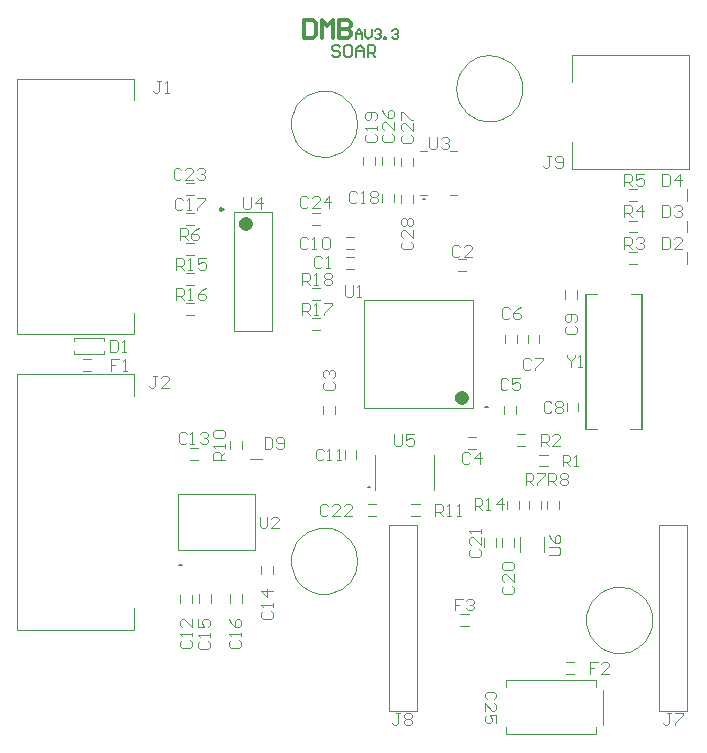
<source format=gto>
G04*
G04 #@! TF.GenerationSoftware,Altium Limited,Altium Designer,20.2.6 (244)*
G04*
G04 Layer_Color=65535*
%FSLAX25Y25*%
%MOIN*%
G70*
G04*
G04 #@! TF.SameCoordinates,23E3F134-E155-4AF0-B130-1C61D597126F*
G04*
G04*
G04 #@! TF.FilePolarity,Positive*
G04*
G01*
G75*
%ADD10C,0.00787*%
%ADD11C,0.02362*%
%ADD12C,0.00394*%
%ADD13C,0.00984*%
%ADD14C,0.00394*%
%ADD15C,0.00500*%
%ADD16C,0.01181*%
D10*
X156890Y110433D02*
X156103D01*
X156890D01*
X54922Y57685D02*
X54134D01*
X54922D01*
X117815Y83661D02*
X117028D01*
X117815D01*
X136142Y179626D02*
X135354D01*
X136142D01*
X112992Y233071D02*
Y235170D01*
X114042Y236220D01*
X115091Y235170D01*
Y233071D01*
Y234645D01*
X112992D01*
X116141Y236220D02*
Y234120D01*
X117190Y233071D01*
X118240Y234120D01*
Y236220D01*
X119289Y235695D02*
X119814Y236220D01*
X120864D01*
X121388Y235695D01*
Y235170D01*
X120864Y234645D01*
X120339D01*
X120864D01*
X121388Y234120D01*
Y233596D01*
X120864Y233071D01*
X119814D01*
X119289Y233596D01*
X122438Y233071D02*
Y233596D01*
X122963D01*
Y233071D01*
X122438D01*
X125062Y235695D02*
X125586Y236220D01*
X126636D01*
X127161Y235695D01*
Y235170D01*
X126636Y234645D01*
X126111D01*
X126636D01*
X127161Y234120D01*
Y233596D01*
X126636Y233071D01*
X125586D01*
X125062Y233596D01*
X107742Y230445D02*
X107086Y231101D01*
X105774D01*
X105118Y230445D01*
Y229789D01*
X105774Y229133D01*
X107086D01*
X107742Y228477D01*
Y227821D01*
X107086Y227165D01*
X105774D01*
X105118Y227821D01*
X111022Y231101D02*
X109710D01*
X109054Y230445D01*
Y227821D01*
X109710Y227165D01*
X111022D01*
X111678Y227821D01*
Y230445D01*
X111022Y231101D01*
X112990Y227165D02*
Y229789D01*
X114302Y231101D01*
X115613Y229789D01*
Y227165D01*
Y229133D01*
X112990D01*
X116925Y227165D02*
Y231101D01*
X118893D01*
X119549Y230445D01*
Y229133D01*
X118893Y228477D01*
X116925D01*
X118237D02*
X119549Y227165D01*
D11*
X149410Y113583D02*
X148965Y114506D01*
X147966Y114734D01*
X147164Y114095D01*
Y113070D01*
X147966Y112431D01*
X148965Y112659D01*
X149410Y113583D01*
X77461Y171437D02*
X77016Y172360D01*
X76017Y172589D01*
X75215Y171950D01*
Y170924D01*
X76017Y170285D01*
X77016Y170514D01*
X77461Y171437D01*
D12*
X167570Y58149D02*
D03*
D13*
X68602Y176339D02*
X67864Y176765D01*
Y175912D01*
X68602Y176339D01*
D14*
X168504Y216535D02*
X168458Y217538D01*
X168322Y218532D01*
X168095Y219510D01*
X167781Y220462D01*
X167381Y221383D01*
X166899Y222263D01*
X166339Y223096D01*
X165706Y223874D01*
X165005Y224592D01*
X164241Y225243D01*
X163421Y225821D01*
X162552Y226323D01*
X161641Y226744D01*
X160695Y227080D01*
X159723Y227328D01*
X158732Y227488D01*
X157731Y227556D01*
X156728Y227533D01*
X155731Y227419D01*
X154749Y227215D01*
X153789Y226923D01*
X152859Y226544D01*
X151969Y226082D01*
X151123Y225541D01*
X150331Y224926D01*
X149597Y224241D01*
X148929Y223492D01*
X148332Y222686D01*
X147811Y221829D01*
X147369Y220927D01*
X147012Y219990D01*
X146741Y219023D01*
X146559Y218037D01*
X146468Y217037D01*
Y216034D01*
X146559Y215034D01*
X146741Y214048D01*
X147012Y213081D01*
X147369Y212144D01*
X147811Y211242D01*
X148332Y210385D01*
X148929Y209578D01*
X149597Y208830D01*
X150331Y208145D01*
X151123Y207529D01*
X151969Y206989D01*
X152859Y206527D01*
X153789Y206148D01*
X154749Y205856D01*
X155731Y205651D01*
X156728Y205538D01*
X157731Y205515D01*
X158732Y205583D01*
X159723Y205742D01*
X160695Y205991D01*
X161641Y206327D01*
X162552Y206748D01*
X163421Y207249D01*
X164241Y207828D01*
X165005Y208479D01*
X165706Y209196D01*
X166339Y209975D01*
X166899Y210808D01*
X167381Y211688D01*
X167781Y212608D01*
X168095Y213561D01*
X168322Y214539D01*
X168458Y215533D01*
X168504Y216535D01*
X113386Y204724D02*
X113340Y205727D01*
X113204Y206721D01*
X112977Y207698D01*
X112663Y208651D01*
X112263Y209572D01*
X111781Y210452D01*
X111221Y211285D01*
X110588Y212063D01*
X109886Y212781D01*
X109123Y213432D01*
X108303Y214010D01*
X107434Y214512D01*
X106523Y214933D01*
X105577Y215269D01*
X104605Y215517D01*
X103614Y215677D01*
X102613Y215745D01*
X101610Y215722D01*
X100613Y215608D01*
X99630Y215404D01*
X98671Y215111D01*
X97741Y214733D01*
X96850Y214271D01*
X96005Y213730D01*
X95213Y213115D01*
X94479Y212430D01*
X93811Y211681D01*
X93214Y210875D01*
X92693Y210017D01*
X92251Y209116D01*
X91894Y208179D01*
X91623Y207212D01*
X91441Y206225D01*
X91350Y205226D01*
Y204223D01*
X91441Y203223D01*
X91623Y202237D01*
X91894Y201270D01*
X92251Y200333D01*
X92693Y199431D01*
X93214Y198574D01*
X93811Y197767D01*
X94479Y197019D01*
X95213Y196334D01*
X96005Y195718D01*
X96850Y195178D01*
X97741Y194716D01*
X98671Y194337D01*
X99630Y194045D01*
X100613Y193841D01*
X101610Y193727D01*
X102613Y193704D01*
X103614Y193772D01*
X104605Y193931D01*
X105577Y194180D01*
X106523Y194516D01*
X107434Y194937D01*
X108303Y195438D01*
X109123Y196017D01*
X109886Y196668D01*
X110588Y197386D01*
X111221Y198164D01*
X111781Y198997D01*
X112263Y199877D01*
X112663Y200797D01*
X112977Y201750D01*
X113204Y202728D01*
X113340Y203722D01*
X113386Y204724D01*
Y59055D02*
X113340Y60058D01*
X113204Y61052D01*
X112977Y62029D01*
X112663Y62982D01*
X112263Y63903D01*
X111781Y64783D01*
X111221Y65616D01*
X110588Y66394D01*
X109886Y67112D01*
X109123Y67762D01*
X108303Y68341D01*
X107434Y68843D01*
X106523Y69263D01*
X105577Y69599D01*
X104605Y69848D01*
X103614Y70007D01*
X102613Y70076D01*
X101610Y70053D01*
X100613Y69939D01*
X99630Y69735D01*
X98671Y69442D01*
X97741Y69064D01*
X96850Y68602D01*
X96005Y68061D01*
X95213Y67446D01*
X94479Y66761D01*
X93811Y66012D01*
X93214Y65206D01*
X92693Y64348D01*
X92251Y63447D01*
X91894Y62509D01*
X91623Y61543D01*
X91441Y60556D01*
X91350Y59557D01*
Y58553D01*
X91441Y57554D01*
X91623Y56567D01*
X91894Y55601D01*
X92251Y54663D01*
X92693Y53762D01*
X93214Y52905D01*
X93811Y52098D01*
X94479Y51350D01*
X95213Y50665D01*
X96005Y50049D01*
X96850Y49508D01*
X97741Y49047D01*
X98671Y48668D01*
X99630Y48375D01*
X100613Y48171D01*
X101610Y48057D01*
X102613Y48034D01*
X103614Y48103D01*
X104605Y48262D01*
X105577Y48511D01*
X106523Y48847D01*
X107434Y49267D01*
X108303Y49769D01*
X109123Y50348D01*
X109886Y50999D01*
X110588Y51716D01*
X111221Y52495D01*
X111781Y53327D01*
X112263Y54208D01*
X112663Y55128D01*
X112977Y56081D01*
X113204Y57059D01*
X113340Y58053D01*
X113386Y59055D01*
X211811Y39370D02*
X211765Y40372D01*
X211629Y41367D01*
X211402Y42344D01*
X211088Y43297D01*
X210688Y44218D01*
X210206Y45098D01*
X209646Y45930D01*
X209013Y46709D01*
X208312Y47427D01*
X207548Y48077D01*
X206728Y48656D01*
X205859Y49158D01*
X204948Y49578D01*
X204002Y49915D01*
X203030Y50163D01*
X202040Y50322D01*
X201038Y50391D01*
X200035Y50368D01*
X199038Y50254D01*
X198056Y50050D01*
X197096Y49757D01*
X196167Y49378D01*
X195276Y48917D01*
X194430Y48376D01*
X193638Y47761D01*
X192904Y47076D01*
X192236Y46327D01*
X191639Y45520D01*
X191118Y44663D01*
X190676Y43762D01*
X190319Y42824D01*
X190048Y41858D01*
X189866Y40871D01*
X189775Y39872D01*
Y38868D01*
X189866Y37869D01*
X190048Y36882D01*
X190319Y35916D01*
X190676Y34978D01*
X191118Y34077D01*
X191639Y33220D01*
X192236Y32413D01*
X192904Y31664D01*
X193638Y30979D01*
X194430Y30364D01*
X195276Y29823D01*
X196167Y29362D01*
X197096Y28983D01*
X198056Y28690D01*
X199038Y28486D01*
X200035Y28372D01*
X201038Y28349D01*
X202040Y28418D01*
X203030Y28577D01*
X204002Y28826D01*
X204948Y29162D01*
X205859Y29582D01*
X206728Y30084D01*
X207548Y30663D01*
X208312Y31314D01*
X209013Y32031D01*
X209646Y32810D01*
X210206Y33642D01*
X210688Y34523D01*
X211088Y35443D01*
X211402Y36396D01*
X211629Y37374D01*
X211765Y38368D01*
X211811Y39370D01*
X151969Y109843D02*
Y146063D01*
X115748Y109843D02*
Y146063D01*
Y109843D02*
X151969D01*
X115748Y146063D02*
X151969D01*
X195276Y4331D02*
Y16142D01*
X192913Y16929D02*
Y19291D01*
X162992D02*
X192913D01*
X162992Y16929D02*
Y19291D01*
Y1181D02*
Y3543D01*
Y1181D02*
X192913D01*
Y3543D01*
X123989Y9158D02*
X133490D01*
X123989D02*
Y71158D01*
X133490D01*
Y9158D02*
Y71158D01*
X79429Y62508D02*
Y81406D01*
X53839Y62508D02*
Y81406D01*
X79429D01*
X53839Y62508D02*
X79429D01*
X167815Y61976D02*
Y66898D01*
X175689Y61976D02*
Y66898D01*
X147835Y37402D02*
X150591D01*
X147835Y41339D02*
X150591D01*
X139075Y82677D02*
Y94488D01*
X119390Y82677D02*
Y94488D01*
X72539Y135807D02*
X85138D01*
X72539Y175177D02*
X85138D01*
Y135807D02*
Y175177D01*
X72539Y135807D02*
Y175177D01*
X77756Y93119D02*
X81693D01*
X134331Y180866D02*
X136850D01*
X134331Y195512D02*
X136850D01*
X144252Y180866D02*
X146772D01*
X144252Y195512D02*
X146772D01*
X18996Y132283D02*
Y133268D01*
X29035D01*
Y132283D02*
Y133268D01*
Y128150D02*
Y129134D01*
X18996Y128150D02*
X29035D01*
X18996D02*
Y129134D01*
X208383Y102961D02*
Y147843D01*
X189879Y102961D02*
Y147843D01*
X193541D01*
X204525Y102961D02*
X208383D01*
X189879D02*
X193541D01*
X204722Y147843D02*
X208383D01*
X39173Y43307D02*
X39173Y43307D01*
Y36122D02*
Y43307D01*
X39173Y114173D02*
X39173Y114173D01*
Y121358D01*
X197D02*
X39173D01*
X197Y36122D02*
Y121358D01*
Y36122D02*
X39173D01*
X127953Y178347D02*
Y181102D01*
X131890Y178347D02*
Y181102D01*
X185138Y189665D02*
Y198661D01*
Y189665D02*
X224213D01*
Y227658D01*
X185138D02*
X224213D01*
X185138Y218661D02*
Y227658D01*
X109646Y160441D02*
X112402D01*
X109646Y156504D02*
X112402D01*
X162795Y131701D02*
Y134457D01*
X166733Y131701D02*
Y134457D01*
X170276Y131701D02*
Y134457D01*
X174213Y131701D02*
Y134457D01*
X183268Y109063D02*
Y111819D01*
X187205Y109063D02*
Y111819D01*
X182874Y146465D02*
Y149221D01*
X186811Y146465D02*
Y149221D01*
X109646Y166929D02*
X112402D01*
X109646Y162992D02*
X112402D01*
X109252Y93118D02*
Y95874D01*
X113189Y93118D02*
Y95874D01*
X223362Y158031D02*
Y161969D01*
Y168532D02*
Y172468D01*
Y179032D02*
Y182968D01*
X39173Y141732D02*
X39173Y141732D01*
Y134547D02*
Y141732D01*
X39173Y212598D02*
X39173Y212598D01*
Y219783D01*
X197D02*
X39173D01*
X197Y134547D02*
Y219783D01*
Y134547D02*
X39173D01*
X213989Y9158D02*
X223490D01*
X213989D02*
Y71158D01*
X223490D01*
Y9158D02*
Y71158D01*
X174213Y94488D02*
X176969D01*
X174213Y90551D02*
X176969D01*
X166733Y101402D02*
X169488D01*
X166733Y97465D02*
X169488D01*
X204071Y158031D02*
X206827D01*
X204071Y161969D02*
X206827D01*
X204071Y168532D02*
X206827D01*
X204071Y172468D02*
X206827D01*
X204071Y179032D02*
X206827D01*
X204071Y182968D02*
X206827D01*
X71063Y96268D02*
Y99024D01*
X75000Y96268D02*
Y99024D01*
X147047Y155717D02*
X149803D01*
X147047Y159653D02*
X149803D01*
X102166Y108079D02*
Y110835D01*
X106103Y108079D02*
Y110835D01*
X150394Y100394D02*
X153150D01*
X150394Y96457D02*
X153150D01*
X162402Y108079D02*
Y110835D01*
X166339Y108079D02*
Y110835D01*
X54331Y45079D02*
Y47835D01*
X58268Y45079D02*
Y47835D01*
X57677Y92724D02*
X60433D01*
X57677Y96661D02*
X60433D01*
X85433Y54724D02*
Y57480D01*
X81496Y54724D02*
Y57480D01*
X60827Y45103D02*
Y47859D01*
X64764Y45103D02*
Y47859D01*
X71063Y45103D02*
Y47859D01*
X75000Y45103D02*
Y47859D01*
X56382Y174969D02*
X59138D01*
X56382Y171031D02*
X59138D01*
X121653Y178740D02*
Y181496D01*
X125591Y178740D02*
Y181496D01*
X119291Y190945D02*
Y193701D01*
X115354Y190945D02*
Y193701D01*
X161784Y63819D02*
Y66575D01*
X165720Y63819D02*
Y66575D01*
X155783Y63819D02*
Y66575D01*
X159721Y63819D02*
Y66575D01*
X116929Y77953D02*
X119685D01*
X116929Y74016D02*
X119685D01*
X131496Y74016D02*
X134252D01*
X131496Y77953D02*
X134252D01*
X22047Y122441D02*
X24803D01*
X22047Y126378D02*
X24803D01*
X183071Y25197D02*
X185827D01*
X183071Y21260D02*
X185827D01*
X56382Y181032D02*
X59138D01*
X56382Y184968D02*
X59138D01*
X56382Y161031D02*
X59138D01*
X56382Y164969D02*
X59138D01*
X174721Y76299D02*
Y79055D01*
X170783Y76299D02*
Y79055D01*
X180720Y76299D02*
Y79055D01*
X176784Y76299D02*
Y79055D01*
X163386Y76378D02*
Y79134D01*
X167323Y76378D02*
Y79134D01*
X98362Y171031D02*
X101118D01*
X98362Y174969D02*
X101118D01*
X56382Y154969D02*
X59138D01*
X56382Y151031D02*
X59138D01*
X56382Y144968D02*
X59138D01*
X56382Y141032D02*
X59138D01*
X98362Y136031D02*
X101118D01*
X98362Y139969D02*
X101118D01*
X98362Y146031D02*
X101118D01*
X98362Y149969D02*
X101118D01*
X125591Y190945D02*
Y193701D01*
X121653Y190945D02*
Y193701D01*
X131890Y190551D02*
Y193307D01*
X127953Y190551D02*
Y193307D01*
X128609Y165486D02*
X127953Y164830D01*
Y163519D01*
X128609Y162863D01*
X131233D01*
X131889Y163519D01*
Y164830D01*
X131233Y165486D01*
X131889Y169422D02*
Y166798D01*
X129265Y169422D01*
X128609D01*
X127953Y168766D01*
Y167454D01*
X128609Y166798D01*
Y170734D02*
X127953Y171390D01*
Y172702D01*
X128609Y173358D01*
X129265D01*
X129921Y172702D01*
X130577Y173358D01*
X131233D01*
X131889Y172702D01*
Y171390D01*
X131233Y170734D01*
X130577D01*
X129921Y171390D01*
X129265Y170734D01*
X128609D01*
X129921Y171390D02*
Y172702D01*
X128609Y200920D02*
X127953Y200264D01*
Y198952D01*
X128609Y198296D01*
X131233D01*
X131889Y198952D01*
Y200264D01*
X131233Y200920D01*
X131889Y204855D02*
Y202231D01*
X129265Y204855D01*
X128609D01*
X127953Y204199D01*
Y202887D01*
X128609Y202231D01*
X127953Y206167D02*
Y208791D01*
X128609D01*
X131233Y206167D01*
X131889D01*
X122310Y201313D02*
X121654Y200657D01*
Y199345D01*
X122310Y198689D01*
X124934D01*
X125590Y199345D01*
Y200657D01*
X124934Y201313D01*
X125590Y205249D02*
Y202625D01*
X122966Y205249D01*
X122310D01*
X121654Y204593D01*
Y203281D01*
X122310Y202625D01*
X121654Y209185D02*
X122310Y207873D01*
X123622Y206561D01*
X124934D01*
X125590Y207217D01*
Y208529D01*
X124934Y209185D01*
X124278D01*
X123622Y208529D01*
Y206561D01*
X95080Y151032D02*
Y154968D01*
X97048D01*
X97704Y154312D01*
Y153000D01*
X97048Y152344D01*
X95080D01*
X96392D02*
X97704Y151032D01*
X99016D02*
X100328D01*
X99672D01*
Y154968D01*
X99016Y154312D01*
X102296D02*
X102952Y154968D01*
X104264D01*
X104920Y154312D01*
Y153656D01*
X104264Y153000D01*
X104920Y152344D01*
Y151688D01*
X104264Y151032D01*
X102952D01*
X102296Y151688D01*
Y152344D01*
X102952Y153000D01*
X102296Y153656D01*
Y154312D01*
X102952Y153000D02*
X104264D01*
X95080Y141032D02*
Y144968D01*
X97048D01*
X97704Y144312D01*
Y143000D01*
X97048Y142344D01*
X95080D01*
X96392D02*
X97704Y141032D01*
X99016D02*
X100328D01*
X99672D01*
Y144968D01*
X99016Y144312D01*
X102296Y144968D02*
X104920D01*
Y144312D01*
X102296Y141688D01*
Y141032D01*
X53080Y146032D02*
Y149968D01*
X55048D01*
X55704Y149312D01*
Y148000D01*
X55048Y147344D01*
X53080D01*
X54392D02*
X55704Y146032D01*
X57016D02*
X58328D01*
X57672D01*
Y149968D01*
X57016Y149312D01*
X62920Y149968D02*
X61608Y149312D01*
X60296Y148000D01*
Y146688D01*
X60952Y146032D01*
X62264D01*
X62920Y146688D01*
Y147344D01*
X62264Y148000D01*
X60296D01*
X53080Y156032D02*
Y159968D01*
X55048D01*
X55704Y159312D01*
Y158000D01*
X55048Y157344D01*
X53080D01*
X54392D02*
X55704Y156032D01*
X57016D02*
X58328D01*
X57672D01*
Y159968D01*
X57016Y159312D01*
X62920Y159968D02*
X60296D01*
Y158000D01*
X61608Y158656D01*
X62264D01*
X62920Y158000D01*
Y156688D01*
X62264Y156032D01*
X60952D01*
X60296Y156688D01*
X159186Y12860D02*
X159842Y13516D01*
Y14828D01*
X159186Y15484D01*
X156562D01*
X155906Y14828D01*
Y13516D01*
X156562Y12860D01*
X155906Y8924D02*
Y11548D01*
X158530Y8924D01*
X159186D01*
X159842Y9580D01*
Y10892D01*
X159186Y11548D01*
X159842Y4989D02*
Y7612D01*
X157874D01*
X158530Y6301D01*
Y5644D01*
X157874Y4989D01*
X156562D01*
X155906Y5644D01*
Y6956D01*
X156562Y7612D01*
X96983Y180052D02*
X96327Y180708D01*
X95015D01*
X94359Y180052D01*
Y177428D01*
X95015Y176772D01*
X96327D01*
X96983Y177428D01*
X100918Y176772D02*
X98294D01*
X100918Y179396D01*
Y180052D01*
X100262Y180708D01*
X98950D01*
X98294Y180052D01*
X104198Y176772D02*
Y180708D01*
X102230Y178740D01*
X104854D01*
X177284Y61157D02*
X180564D01*
X181220Y61813D01*
Y63125D01*
X180564Y63781D01*
X177284D01*
Y67717D02*
X177940Y66405D01*
X179252Y65093D01*
X180564D01*
X181220Y65749D01*
Y67061D01*
X180564Y67717D01*
X179908D01*
X179252Y67061D01*
Y65093D01*
X152561Y75985D02*
Y79921D01*
X154528D01*
X155184Y79265D01*
Y77953D01*
X154528Y77297D01*
X152561D01*
X153873D02*
X155184Y75985D01*
X156496D02*
X157808D01*
X157152D01*
Y79921D01*
X156496Y79265D01*
X161744Y75985D02*
Y79921D01*
X159776Y77953D01*
X162400D01*
X177035Y84253D02*
Y88188D01*
X179003D01*
X179659Y87532D01*
Y86221D01*
X179003Y85565D01*
X177035D01*
X178347D02*
X179659Y84253D01*
X180971Y87532D02*
X181627Y88188D01*
X182939D01*
X183595Y87532D01*
Y86876D01*
X182939Y86221D01*
X183595Y85565D01*
Y84909D01*
X182939Y84253D01*
X181627D01*
X180971Y84909D01*
Y85565D01*
X181627Y86221D01*
X180971Y86876D01*
Y87532D01*
X181627Y86221D02*
X182939D01*
X169555Y84253D02*
Y88188D01*
X171523D01*
X172179Y87532D01*
Y86221D01*
X171523Y85565D01*
X169555D01*
X170867D02*
X172179Y84253D01*
X173491Y88188D02*
X176114D01*
Y87532D01*
X173491Y84909D01*
Y84253D01*
X54283Y166150D02*
Y170086D01*
X56251D01*
X56907Y169430D01*
Y168118D01*
X56251Y167462D01*
X54283D01*
X55595D02*
X56907Y166150D01*
X60843Y170086D02*
X59531Y169430D01*
X58219Y168118D01*
Y166806D01*
X58875Y166150D01*
X60187D01*
X60843Y166806D01*
Y167462D01*
X60187Y168118D01*
X58219D01*
X148557Y46456D02*
X145933D01*
Y44488D01*
X147245D01*
X145933D01*
Y42520D01*
X149869Y45800D02*
X150524Y46456D01*
X151836D01*
X152492Y45800D01*
Y45144D01*
X151836Y44488D01*
X151181D01*
X151836D01*
X152492Y43832D01*
Y43176D01*
X151836Y42520D01*
X150524D01*
X149869Y43176D01*
X54876Y189312D02*
X54220Y189968D01*
X52908D01*
X52252Y189312D01*
Y186688D01*
X52908Y186032D01*
X54220D01*
X54876Y186688D01*
X58812Y186032D02*
X56188D01*
X58812Y188656D01*
Y189312D01*
X58156Y189968D01*
X56844D01*
X56188Y189312D01*
X60124D02*
X60780Y189968D01*
X62092D01*
X62748Y189312D01*
Y188656D01*
X62092Y188000D01*
X61436D01*
X62092D01*
X62748Y187344D01*
Y186688D01*
X62092Y186032D01*
X60780D01*
X60124Y186688D01*
X193569Y25196D02*
X190945D01*
Y23228D01*
X192257D01*
X190945D01*
Y21260D01*
X197504D02*
X194881D01*
X197504Y23884D01*
Y24540D01*
X196848Y25196D01*
X195537D01*
X194881Y24540D01*
X34120Y126377D02*
X31496D01*
Y124409D01*
X32808D01*
X31496D01*
Y122441D01*
X35432D02*
X36744D01*
X36088D01*
Y126377D01*
X35432Y125721D01*
X125787Y101180D02*
Y97900D01*
X126443Y97244D01*
X127755D01*
X128411Y97900D01*
Y101180D01*
X132347D02*
X129723D01*
Y99212D01*
X131035Y99868D01*
X131691D01*
X132347Y99212D01*
Y97900D01*
X131691Y97244D01*
X130379D01*
X129723Y97900D01*
X75500Y180436D02*
Y177156D01*
X76156Y176500D01*
X77468D01*
X78124Y177156D01*
Y180436D01*
X81404Y176500D02*
Y180436D01*
X79436Y178468D01*
X82060D01*
X137402Y200392D02*
Y197113D01*
X138057Y196457D01*
X139369D01*
X140025Y197113D01*
Y200392D01*
X141337Y199736D02*
X141993Y200392D01*
X143305D01*
X143961Y199736D01*
Y199081D01*
X143305Y198425D01*
X142649D01*
X143305D01*
X143961Y197769D01*
Y197113D01*
X143305Y196457D01*
X141993D01*
X141337Y197113D01*
X139370Y74016D02*
Y77952D01*
X141338D01*
X141994Y77296D01*
Y75984D01*
X141338Y75328D01*
X139370D01*
X140682D02*
X141994Y74016D01*
X143306D02*
X144618D01*
X143962D01*
Y77952D01*
X143306Y77296D01*
X146586Y74016D02*
X147898D01*
X147242D01*
Y77952D01*
X146586Y77296D01*
X178124Y193936D02*
X176812D01*
X177468D01*
Y190656D01*
X176812Y190000D01*
X176156D01*
X175500Y190656D01*
X179436D02*
X180092Y190000D01*
X181404D01*
X182060Y190656D01*
Y193280D01*
X181404Y193936D01*
X180092D01*
X179436Y193280D01*
Y192624D01*
X180092Y191968D01*
X182060D01*
X103805Y77296D02*
X103149Y77952D01*
X101837D01*
X101181Y77296D01*
Y74672D01*
X101837Y74016D01*
X103149D01*
X103805Y74672D01*
X107741Y74016D02*
X105117D01*
X107741Y76640D01*
Y77296D01*
X107085Y77952D01*
X105773D01*
X105117Y77296D01*
X111676Y74016D02*
X109053D01*
X111676Y76640D01*
Y77296D01*
X111021Y77952D01*
X109708D01*
X109053Y77296D01*
X151472Y63061D02*
X150816Y62405D01*
Y61093D01*
X151472Y60437D01*
X154096D01*
X154752Y61093D01*
Y62405D01*
X154096Y63061D01*
X154752Y66997D02*
Y64373D01*
X152128Y66997D01*
X151472D01*
X150816Y66341D01*
Y65029D01*
X151472Y64373D01*
X154752Y68309D02*
Y69620D01*
Y68964D01*
X150816D01*
X151472Y68309D01*
X162468Y50655D02*
X161812Y49999D01*
Y48687D01*
X162468Y48031D01*
X165092D01*
X165748Y48687D01*
Y49999D01*
X165092Y50655D01*
X165748Y54591D02*
Y51967D01*
X163124Y54591D01*
X162468D01*
X161812Y53935D01*
Y52623D01*
X162468Y51967D01*
Y55903D02*
X161812Y56559D01*
Y57871D01*
X162468Y58527D01*
X165092D01*
X165748Y57871D01*
Y56559D01*
X165092Y55903D01*
X162468D01*
X116799Y201443D02*
X116143Y200787D01*
Y199475D01*
X116799Y198819D01*
X119423D01*
X120079Y199475D01*
Y200787D01*
X119423Y201443D01*
X120079Y202755D02*
Y204067D01*
Y203411D01*
X116143D01*
X116799Y202755D01*
X119423Y206034D02*
X120079Y206690D01*
Y208002D01*
X119423Y208658D01*
X116799D01*
X116143Y208002D01*
Y206690D01*
X116799Y206034D01*
X117455D01*
X118111Y206690D01*
Y208658D01*
X113254Y181626D02*
X112598Y182282D01*
X111286D01*
X110630Y181626D01*
Y179002D01*
X111286Y178347D01*
X112598D01*
X113254Y179002D01*
X114566Y178347D02*
X115878D01*
X115222D01*
Y182282D01*
X114566Y181626D01*
X117845D02*
X118501Y182282D01*
X119813D01*
X120469Y181626D01*
Y180970D01*
X119813Y180314D01*
X120469Y179658D01*
Y179002D01*
X119813Y178347D01*
X118501D01*
X117845Y179002D01*
Y179658D01*
X118501Y180314D01*
X117845Y180970D01*
Y181626D01*
X118501Y180314D02*
X119813D01*
X55384Y179280D02*
X54728Y179936D01*
X53416D01*
X52760Y179280D01*
Y176656D01*
X53416Y176000D01*
X54728D01*
X55384Y176656D01*
X56696Y176000D02*
X58008D01*
X57351D01*
Y179936D01*
X56696Y179280D01*
X59975Y179936D02*
X62599D01*
Y179280D01*
X59975Y176656D01*
Y176000D01*
X71523Y32545D02*
X70867Y31889D01*
Y30577D01*
X71523Y29921D01*
X74147D01*
X74803Y30577D01*
Y31889D01*
X74147Y32545D01*
X74803Y33857D02*
Y35169D01*
Y34513D01*
X70867D01*
X71523Y33857D01*
X70867Y39761D02*
X71523Y38449D01*
X72835Y37137D01*
X74147D01*
X74803Y37793D01*
Y39105D01*
X74147Y39761D01*
X73491D01*
X72835Y39105D01*
Y37137D01*
X61191Y32293D02*
X60535Y31637D01*
Y30325D01*
X61191Y29669D01*
X63815D01*
X64471Y30325D01*
Y31637D01*
X63815Y32293D01*
X64471Y33605D02*
Y34916D01*
Y34261D01*
X60535D01*
X61191Y33605D01*
X60535Y39508D02*
Y36884D01*
X62503D01*
X61847Y38196D01*
Y38852D01*
X62503Y39508D01*
X63815D01*
X64471Y38852D01*
Y37540D01*
X63815Y36884D01*
X82153Y42388D02*
X81497Y41732D01*
Y40420D01*
X82153Y39764D01*
X84777D01*
X85433Y40420D01*
Y41732D01*
X84777Y42388D01*
X85433Y43699D02*
Y45011D01*
Y44355D01*
X81497D01*
X82153Y43699D01*
X85433Y48947D02*
X81497D01*
X83465Y46979D01*
Y49603D01*
X56561Y101319D02*
X55905Y101975D01*
X54593D01*
X53937Y101319D01*
Y98695D01*
X54593Y98039D01*
X55905D01*
X56561Y98695D01*
X57873Y98039D02*
X59185D01*
X58529D01*
Y101975D01*
X57873Y101319D01*
X61153D02*
X61809Y101975D01*
X63121D01*
X63777Y101319D01*
Y100663D01*
X63121Y100007D01*
X62465D01*
X63121D01*
X63777Y99351D01*
Y98695D01*
X63121Y98039D01*
X61809D01*
X61153Y98695D01*
X54988Y32545D02*
X54332Y31889D01*
Y30577D01*
X54988Y29921D01*
X57612D01*
X58268Y30577D01*
Y31889D01*
X57612Y32545D01*
X58268Y33857D02*
Y35169D01*
Y34513D01*
X54332D01*
X54988Y33857D01*
X58268Y39761D02*
Y37137D01*
X55644Y39761D01*
X54988D01*
X54332Y39105D01*
Y37793D01*
X54988Y37137D01*
X163845Y119232D02*
X163189Y119888D01*
X161877D01*
X161221Y119232D01*
Y116608D01*
X161877Y115952D01*
X163189D01*
X163845Y116608D01*
X167781Y119888D02*
X165157D01*
Y117920D01*
X166469Y118576D01*
X167125D01*
X167781Y117920D01*
Y116608D01*
X167125Y115952D01*
X165813D01*
X165157Y116608D01*
X151049Y94618D02*
X150393Y95274D01*
X149081D01*
X148425Y94618D01*
Y91995D01*
X149081Y91339D01*
X150393D01*
X151049Y91995D01*
X154329Y91339D02*
Y95274D01*
X152361Y93306D01*
X154985D01*
X102720Y118624D02*
X102064Y117968D01*
Y116656D01*
X102720Y116000D01*
X105344D01*
X106000Y116656D01*
Y117968D01*
X105344Y118624D01*
X102720Y119936D02*
X102064Y120592D01*
Y121904D01*
X102720Y122560D01*
X103376D01*
X104032Y121904D01*
Y121248D01*
Y121904D01*
X104688Y122560D01*
X105344D01*
X106000Y121904D01*
Y120592D01*
X105344Y119936D01*
X147624Y163780D02*
X146968Y164436D01*
X145656D01*
X145000Y163780D01*
Y161156D01*
X145656Y160500D01*
X146968D01*
X147624Y161156D01*
X151560Y160500D02*
X148936D01*
X151560Y163124D01*
Y163780D01*
X150904Y164436D01*
X149592D01*
X148936Y163780D01*
X183268Y127558D02*
Y126902D01*
X184580Y125590D01*
X185891Y126902D01*
Y127558D01*
X184580Y125590D02*
Y123622D01*
X187204D02*
X188515D01*
X187859D01*
Y127558D01*
X187204Y126902D01*
X80906Y73826D02*
Y70546D01*
X81562Y69890D01*
X82874D01*
X83530Y70546D01*
Y73826D01*
X87465Y69890D02*
X84842D01*
X87465Y72514D01*
Y73169D01*
X86809Y73826D01*
X85497D01*
X84842Y73169D01*
X109500Y150936D02*
Y147656D01*
X110156Y147000D01*
X111468D01*
X112124Y147656D01*
Y150936D01*
X113436Y147000D02*
X114748D01*
X114092D01*
Y150936D01*
X113436Y150280D01*
X69488Y92724D02*
X65553D01*
Y94692D01*
X66209Y95348D01*
X67520D01*
X68177Y94692D01*
Y92724D01*
Y94036D02*
X69488Y95348D01*
Y96660D02*
Y97972D01*
Y97316D01*
X65553D01*
X66209Y96660D01*
Y99940D02*
X65553Y100596D01*
Y101908D01*
X66209Y102564D01*
X68832D01*
X69488Y101908D01*
Y100596D01*
X68832Y99940D01*
X66209D01*
X202496Y184150D02*
Y188085D01*
X204464D01*
X205120Y187429D01*
Y186117D01*
X204464Y185461D01*
X202496D01*
X203808D02*
X205120Y184150D01*
X209056Y188085D02*
X206432D01*
Y186117D01*
X207744Y186773D01*
X208400D01*
X209056Y186117D01*
Y184806D01*
X208400Y184150D01*
X207088D01*
X206432Y184806D01*
X202496Y173650D02*
Y177585D01*
X204464D01*
X205120Y176929D01*
Y175618D01*
X204464Y174961D01*
X202496D01*
X203808D02*
X205120Y173650D01*
X208400D02*
Y177585D01*
X206432Y175618D01*
X209056D01*
X202496Y163150D02*
Y167085D01*
X204464D01*
X205120Y166429D01*
Y165118D01*
X204464Y164462D01*
X202496D01*
X203808D02*
X205120Y163150D01*
X206432Y166429D02*
X207088Y167085D01*
X208400D01*
X209056Y166429D01*
Y165773D01*
X208400Y165118D01*
X207744D01*
X208400D01*
X209056Y164462D01*
Y163806D01*
X208400Y163150D01*
X207088D01*
X206432Y163806D01*
X174607Y97465D02*
Y101401D01*
X176574D01*
X177230Y100745D01*
Y99433D01*
X176574Y98778D01*
X174607D01*
X175918D02*
X177230Y97465D01*
X181166D02*
X178542D01*
X181166Y100089D01*
Y100745D01*
X180510Y101401D01*
X179198D01*
X178542Y100745D01*
X181890Y90551D02*
Y94487D01*
X183858D01*
X184514Y93831D01*
Y92519D01*
X183858Y91863D01*
X181890D01*
X183202D02*
X184514Y90551D01*
X185826D02*
X187137D01*
X186481D01*
Y94487D01*
X185826Y93831D01*
X127821Y8266D02*
X126509D01*
X127165D01*
Y4987D01*
X126509Y4331D01*
X125853D01*
X125197Y4987D01*
X129133Y7610D02*
X129788Y8266D01*
X131100D01*
X131756Y7610D01*
Y6955D01*
X131100Y6299D01*
X131756Y5643D01*
Y4987D01*
X131100Y4331D01*
X129788D01*
X129133Y4987D01*
Y5643D01*
X129788Y6299D01*
X129133Y6955D01*
Y7610D01*
X129788Y6299D02*
X131100D01*
X217978Y8266D02*
X216666D01*
X217322D01*
Y4987D01*
X216666Y4331D01*
X216010D01*
X215354Y4987D01*
X219290Y8266D02*
X221914D01*
Y7610D01*
X219290Y4987D01*
Y4331D01*
X46718Y120766D02*
X45406D01*
X46062D01*
Y117487D01*
X45406Y116831D01*
X44750D01*
X44094Y117487D01*
X50654Y116831D02*
X48030D01*
X50654Y119455D01*
Y120110D01*
X49998Y120766D01*
X48686D01*
X48030Y120110D01*
X47998Y219093D02*
X46686D01*
X47342D01*
Y215813D01*
X46686Y215158D01*
X46030D01*
X45374Y215813D01*
X49310Y215158D02*
X50622D01*
X49966D01*
Y219093D01*
X49310Y218437D01*
X82579Y100294D02*
Y96358D01*
X84547D01*
X85203Y97014D01*
Y99638D01*
X84547Y100294D01*
X82579D01*
X86515Y97014D02*
X87170Y96358D01*
X88482D01*
X89138Y97014D01*
Y99638D01*
X88482Y100294D01*
X87170D01*
X86515Y99638D01*
Y98982D01*
X87170Y98326D01*
X89138D01*
X215094Y188085D02*
Y184150D01*
X217062D01*
X217718Y184806D01*
Y187429D01*
X217062Y188085D01*
X215094D01*
X220998Y184150D02*
Y188085D01*
X219030Y186117D01*
X221654D01*
X215094Y177585D02*
Y173650D01*
X217062D01*
X217718Y174306D01*
Y176929D01*
X217062Y177585D01*
X215094D01*
X219030Y176929D02*
X219686Y177585D01*
X220998D01*
X221654Y176929D01*
Y176273D01*
X220998Y175618D01*
X220342D01*
X220998D01*
X221654Y174961D01*
Y174306D01*
X220998Y173650D01*
X219686D01*
X219030Y174306D01*
X215094Y167085D02*
Y163150D01*
X217062D01*
X217718Y163806D01*
Y166429D01*
X217062Y167085D01*
X215094D01*
X221654Y163150D02*
X219030D01*
X221654Y165773D01*
Y166429D01*
X220998Y167085D01*
X219686D01*
X219030Y166429D01*
X31102Y132676D02*
Y128740D01*
X33070D01*
X33726Y129396D01*
Y132020D01*
X33070Y132676D01*
X31102D01*
X35038Y128740D02*
X36350D01*
X35694D01*
Y132676D01*
X35038Y132020D01*
X102230Y95799D02*
X101574Y96455D01*
X100262D01*
X99606Y95799D01*
Y93176D01*
X100262Y92520D01*
X101574D01*
X102230Y93176D01*
X103542Y92520D02*
X104854D01*
X104198D01*
Y96455D01*
X103542Y95799D01*
X106822Y92520D02*
X108134D01*
X107478D01*
Y96455D01*
X106822Y95799D01*
X97112Y166272D02*
X96456Y166928D01*
X95144D01*
X94488Y166272D01*
Y163648D01*
X95144Y162992D01*
X96456D01*
X97112Y163648D01*
X98424Y162992D02*
X99736D01*
X99080D01*
Y166928D01*
X98424Y166272D01*
X101704D02*
X102360Y166928D01*
X103672D01*
X104327Y166272D01*
Y163648D01*
X103672Y162992D01*
X102360D01*
X101704Y163648D01*
Y166272D01*
X183531Y137277D02*
X182876Y136621D01*
Y135310D01*
X183531Y134653D01*
X186155D01*
X186811Y135310D01*
Y136621D01*
X186155Y137277D01*
Y138589D02*
X186811Y139245D01*
Y140557D01*
X186155Y141213D01*
X183531D01*
X182876Y140557D01*
Y139245D01*
X183531Y138589D01*
X184187D01*
X184843Y139245D01*
Y141213D01*
X178214Y111548D02*
X177558Y112204D01*
X176247D01*
X175591Y111548D01*
Y108924D01*
X176247Y108268D01*
X177558D01*
X178214Y108924D01*
X179526Y111548D02*
X180182Y112204D01*
X181494D01*
X182150Y111548D01*
Y110891D01*
X181494Y110236D01*
X182150Y109580D01*
Y108924D01*
X181494Y108268D01*
X180182D01*
X179526Y108924D01*
Y109580D01*
X180182Y110236D01*
X179526Y110891D01*
Y111548D01*
X180182Y110236D02*
X181494D01*
X171325Y125925D02*
X170669Y126581D01*
X169357D01*
X168701Y125925D01*
Y123302D01*
X169357Y122646D01*
X170669D01*
X171325Y123302D01*
X172637Y126581D02*
X175261D01*
Y125925D01*
X172637Y123302D01*
Y122646D01*
X164238Y142855D02*
X163582Y143510D01*
X162270D01*
X161614Y142855D01*
Y140231D01*
X162270Y139575D01*
X163582D01*
X164238Y140231D01*
X168174Y143510D02*
X166862Y142855D01*
X165550Y141543D01*
Y140231D01*
X166206Y139575D01*
X167518D01*
X168174Y140231D01*
Y140887D01*
X167518Y141543D01*
X165550D01*
X101836Y159973D02*
X101181Y160629D01*
X99869D01*
X99213Y159973D01*
Y157349D01*
X99869Y156693D01*
X101181D01*
X101836Y157349D01*
X103148Y156693D02*
X104460D01*
X103804D01*
Y160629D01*
X103148Y159973D01*
D15*
X208383Y102961D02*
Y147843D01*
X189879Y102961D02*
Y147843D01*
D16*
X95669Y239368D02*
Y233465D01*
X98621D01*
X99605Y234449D01*
Y238384D01*
X98621Y239368D01*
X95669D01*
X101573Y233465D02*
Y239368D01*
X103541Y237400D01*
X105509Y239368D01*
Y233465D01*
X107476Y239368D02*
Y233465D01*
X110428D01*
X111412Y234449D01*
Y235432D01*
X110428Y236416D01*
X107476D01*
X110428D01*
X111412Y237400D01*
Y238384D01*
X110428Y239368D01*
X107476D01*
M02*

</source>
